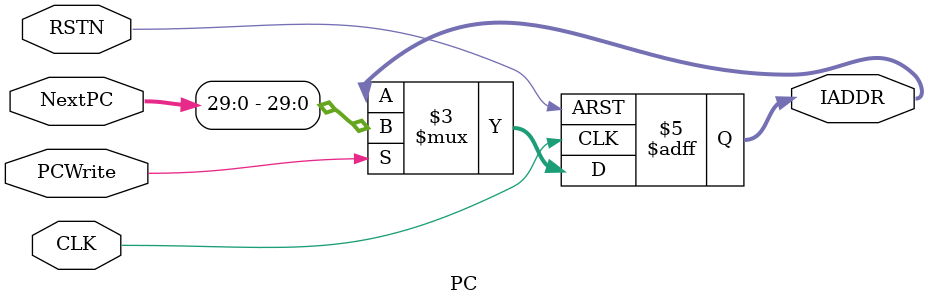
<source format=v>
module PC(
	input PCWrite, CLK, RSTN,
	input [31:0] NextPC,
	output reg [29:0] IADDR
);
always@(posedge CLK or negedge RSTN) begin
	if(~RSTN) IADDR <= 0;
	else if (PCWrite) IADDR <= NextPC[29:0]; // NextPC >> 2 (word)
end
endmodule

</source>
